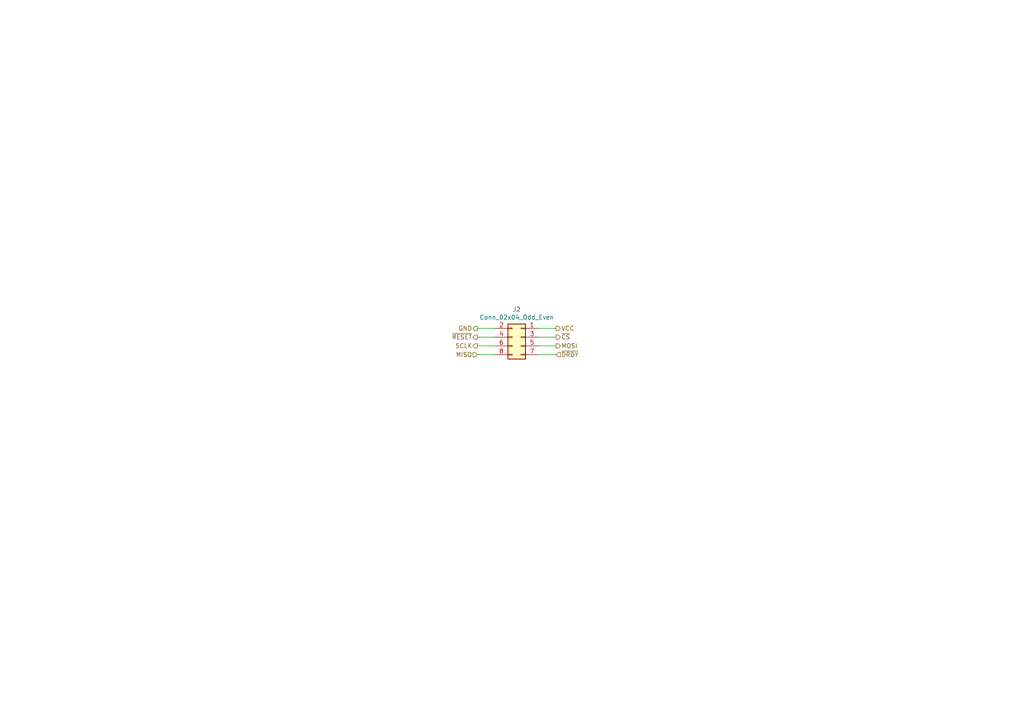
<source format=kicad_sch>
(kicad_sch (version 20200714) (host eeschema "(5.99.0-2364-g42a2f1346)")
  (page 4 4)
  (paper "A4")
  (title_block (title "AD7705 Module") (date "2019-11-17") (company "Wild Workshop"))
  (lib_symbols
    (symbol "Connector_Generic:Conn_02x04_Odd_Even" (pin_names hide)
      (property "Reference" "J" (at 1.27 5.08 0))
      (property "Value" "Conn_02x04_Odd_Even" (at 1.27 -7.62 0))
      (symbol "Conn_02x04_Odd_Even_1_1"
        (rectangle (start -1.27 -4.953) (end 0 -5.207) (stroke (width 0.1524)))
        (rectangle (start -1.27 -2.413) (end 0 -2.667) (stroke (width 0.1524)))
        (rectangle (start -1.27 2.667) (end 0 2.413) (stroke (width 0.1524)))
        (rectangle (start -1.27 3.81) (end 3.81 -6.35) (stroke (width 0.254)) (fill (type background)))
        (rectangle (start -1.27 0.127) (end 0 -0.127) (stroke (width 0.1524)))
        (rectangle (start 3.81 -4.953) (end 2.54 -5.207) (stroke (width 0.1524)))
        (rectangle (start 3.81 -2.413) (end 2.54 -2.667) (stroke (width 0.1524)))
        (rectangle (start 3.81 2.667) (end 2.54 2.413) (stroke (width 0.1524)))
        (rectangle (start 3.81 0.127) (end 2.54 -0.127) (stroke (width 0.1524)))
        (pin passive line (at -5.08 2.54 0) (length 3.81) (name "Pin_1") (number "1"))
        (pin passive line (at 7.62 2.54 180) (length 3.81) (name "Pin_2") (number "2"))
        (pin passive line (at -5.08 0 0) (length 3.81) (name "Pin_3") (number "3"))
        (pin passive line (at 7.62 0 180) (length 3.81) (name "Pin_4") (number "4"))
        (pin passive line (at -5.08 -2.54 0) (length 3.81) (name "Pin_5") (number "5"))
        (pin passive line (at 7.62 -2.54 180) (length 3.81) (name "Pin_6") (number "6"))
        (pin passive line (at -5.08 -5.08 0) (length 3.81) (name "Pin_7") (number "7"))
        (pin passive line (at 7.62 -5.08 180) (length 3.81) (name "Pin_8") (number "8"))
      )
    )
  )
  (wire (pts (xy 138.43 95.25) (xy 143.51 95.25)))
  (wire (pts (xy 138.43 100.33) (xy 143.51 100.33)))
  (wire (pts (xy 143.51 97.79) (xy 138.43 97.79)))
  (wire (pts (xy 143.51 102.87) (xy 138.43 102.87)))
  (wire (pts (xy 156.21 97.79) (xy 161.29 97.79)))
  (wire (pts (xy 156.21 102.87) (xy 161.29 102.87)))
  (wire (pts (xy 161.29 95.25) (xy 156.21 95.25)))
  (wire (pts (xy 161.29 100.33) (xy 156.21 100.33)))
  (hierarchical_label "GND" (shape output) (at 138.43 95.25 180))
  (hierarchical_label "~RESET" (shape output) (at 138.43 97.79 180))
  (hierarchical_label "SCLK" (shape output) (at 138.43 100.33 180))
  (hierarchical_label "MISO" (shape input) (at 138.43 102.87 180))
  (hierarchical_label "VCC" (shape output) (at 161.29 95.25 0))
  (hierarchical_label "~CS" (shape output) (at 161.29 97.79 0))
  (hierarchical_label "MOSI" (shape output) (at 161.29 100.33 0))
  (hierarchical_label "~DRDY" (shape input) (at 161.29 102.87 0))
  (symbol (lib_id "Connector_Generic:Conn_02x04_Odd_Even") (at 151.13 97.79 0) (mirror y) (unit 1)
    (property "Reference" "J2" (at 149.86 89.7382 0))
    (property "Value" "Conn_02x04_Odd_Even" (at 149.86 92.0496 0))
    (property "Footprint" "Connector_PinHeader_2.54mm:PinHeader_2x04_P2.54mm_Vertical" (effects hide))
  )
)
</source>
